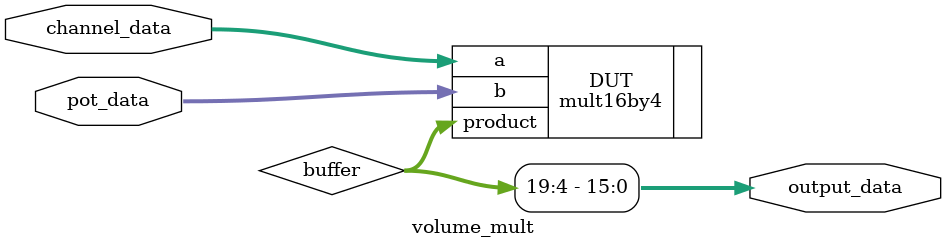
<source format=sv>
module volume_mult(
  input wire [15:0] channel_data,
  input wire [3:0] pot_data,
  output reg [15:0] output_data
);

  reg [19:0] buffer;
  
  mult16by4 DUT(
    .a(channel_data),
    .b(pot_data),
    .product(buffer)
  );

  assign output_data = buffer[19:4];
endmodule

</source>
